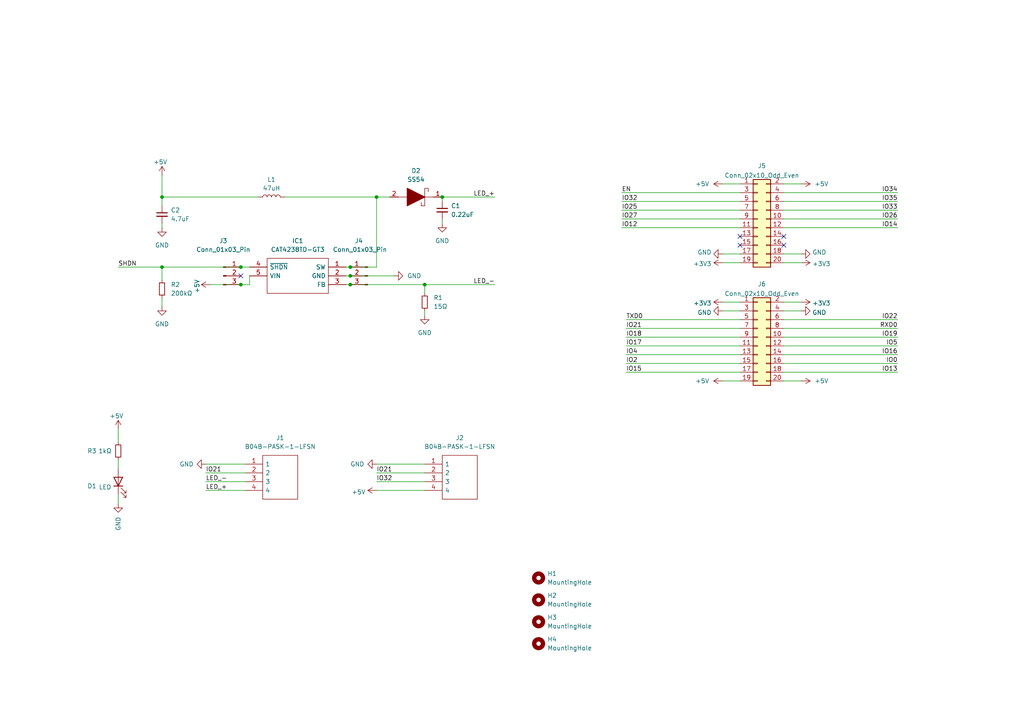
<source format=kicad_sch>
(kicad_sch (version 20230121) (generator eeschema)
  (paper "A4")
  (lib_symbols
    (symbol "Connector:Conn_01x03_Pin" (pin_names (offset 1.016) hide)
      (property "Reference" "J" (at 0 5.08 0))
      (property "Value" "Conn_01x03_Pin" (at 0 -5.08 0))
      (symbol "Conn_01x03_Pin_1_1"
        (polyline (pts (xy 1.27 -2.54) (xy 0.8636 -2.54)) (stroke (width 0.1524)))
        (polyline (pts (xy 1.27 0) (xy 0.8636 0)) (stroke (width 0.1524)))
        (polyline (pts (xy 1.27 2.54) (xy 0.8636 2.54)) (stroke (width 0.1524)))
        (rectangle (start 0.8636 -2.413) (end 0 -2.667) (stroke (width 0.1524)) (fill (type outline)))
        (rectangle (start 0.8636 0.127) (end 0 -0.127) (stroke (width 0.1524)) (fill (type outline)))
        (rectangle (start 0.8636 2.667) (end 0 2.413) (stroke (width 0.1524)) (fill (type outline)))
        (pin passive line (at 5.08 2.54 180) (length 3.81) (name "Pin_1") (number "1"))
        (pin passive line (at 5.08 0 180) (length 3.81) (name "Pin_2") (number "2"))
        (pin passive line (at 5.08 -2.54 180) (length 3.81) (name "Pin_3") (number "3"))
      )
    )
    (symbol "Connector_Generic:Conn_02x10_Odd_Even" (pin_names (offset 1.016) hide)
      (property "Reference" "J" (at 1.27 12.7 0))
      (property "Value" "Conn_02x10_Odd_Even" (at 1.27 -15.24 0))
      (symbol "Conn_02x10_Odd_Even_1_1"
        (rectangle (start -1.27 -12.573) (end 0 -12.827) (stroke (width 0.1524)))
        (rectangle (start -1.27 -10.033) (end 0 -10.287) (stroke (width 0.1524)))
        (rectangle (start -1.27 -7.493) (end 0 -7.747) (stroke (width 0.1524)))
        (rectangle (start -1.27 -4.953) (end 0 -5.207) (stroke (width 0.1524)))
        (rectangle (start -1.27 -2.413) (end 0 -2.667) (stroke (width 0.1524)))
        (rectangle (start -1.27 0.127) (end 0 -0.127) (stroke (width 0.1524)))
        (rectangle (start -1.27 2.667) (end 0 2.413) (stroke (width 0.1524)))
        (rectangle (start -1.27 5.207) (end 0 4.953) (stroke (width 0.1524)))
        (rectangle (start -1.27 7.747) (end 0 7.493) (stroke (width 0.1524)))
        (rectangle (start -1.27 10.287) (end 0 10.033) (stroke (width 0.1524)))
        (rectangle (start -1.27 11.43) (end 3.81 -13.97) (stroke (width 0.254)) (fill (type background)))
        (rectangle (start 3.81 -12.573) (end 2.54 -12.827) (stroke (width 0.1524)))
        (rectangle (start 3.81 -10.033) (end 2.54 -10.287) (stroke (width 0.1524)))
        (rectangle (start 3.81 -7.493) (end 2.54 -7.747) (stroke (width 0.1524)))
        (rectangle (start 3.81 -4.953) (end 2.54 -5.207) (stroke (width 0.1524)))
        (rectangle (start 3.81 -2.413) (end 2.54 -2.667) (stroke (width 0.1524)))
        (rectangle (start 3.81 0.127) (end 2.54 -0.127) (stroke (width 0.1524)))
        (rectangle (start 3.81 2.667) (end 2.54 2.413) (stroke (width 0.1524)))
        (rectangle (start 3.81 5.207) (end 2.54 4.953) (stroke (width 0.1524)))
        (rectangle (start 3.81 7.747) (end 2.54 7.493) (stroke (width 0.1524)))
        (rectangle (start 3.81 10.287) (end 2.54 10.033) (stroke (width 0.1524)))
        (pin passive line (at -5.08 10.16 0) (length 3.81) (name "Pin_1") (number "1"))
        (pin passive line (at 7.62 0 180) (length 3.81) (name "Pin_10") (number "10"))
        (pin passive line (at -5.08 -2.54 0) (length 3.81) (name "Pin_11") (number "11"))
        (pin passive line (at 7.62 -2.54 180) (length 3.81) (name "Pin_12") (number "12"))
        (pin passive line (at -5.08 -5.08 0) (length 3.81) (name "Pin_13") (number "13"))
        (pin passive line (at 7.62 -5.08 180) (length 3.81) (name "Pin_14") (number "14"))
        (pin passive line (at -5.08 -7.62 0) (length 3.81) (name "Pin_15") (number "15"))
        (pin passive line (at 7.62 -7.62 180) (length 3.81) (name "Pin_16") (number "16"))
        (pin passive line (at -5.08 -10.16 0) (length 3.81) (name "Pin_17") (number "17"))
        (pin passive line (at 7.62 -10.16 180) (length 3.81) (name "Pin_18") (number "18"))
        (pin passive line (at -5.08 -12.7 0) (length 3.81) (name "Pin_19") (number "19"))
        (pin passive line (at 7.62 10.16 180) (length 3.81) (name "Pin_2") (number "2"))
        (pin passive line (at 7.62 -12.7 180) (length 3.81) (name "Pin_20") (number "20"))
        (pin passive line (at -5.08 7.62 0) (length 3.81) (name "Pin_3") (number "3"))
        (pin passive line (at 7.62 7.62 180) (length 3.81) (name "Pin_4") (number "4"))
        (pin passive line (at -5.08 5.08 0) (length 3.81) (name "Pin_5") (number "5"))
        (pin passive line (at 7.62 5.08 180) (length 3.81) (name "Pin_6") (number "6"))
        (pin passive line (at -5.08 2.54 0) (length 3.81) (name "Pin_7") (number "7"))
        (pin passive line (at 7.62 2.54 180) (length 3.81) (name "Pin_8") (number "8"))
        (pin passive line (at -5.08 0 0) (length 3.81) (name "Pin_9") (number "9"))
      )
    )
    (symbol "Device:C_Small" (pin_numbers hide) (pin_names (offset 0.254) hide)
      (property "Reference" "C" (at 0.254 1.778 0))
      (property "Value" "C_Small" (at 0.254 -2.032 0))
      (symbol "C_Small_0_1"
        (polyline (pts (xy -1.524 -0.508) (xy 1.524 -0.508)) (stroke (width 0.3302)))
        (polyline (pts (xy -1.524 0.508) (xy 1.524 0.508)) (stroke (width 0.3048)))
      )
      (symbol "C_Small_1_1"
        (pin passive line (at 0 2.54 270) (length 2.032) (name "~") (number "1"))
        (pin passive line (at 0 -2.54 90) (length 2.032) (name "~") (number "2"))
      )
    )
    (symbol "Device:L" (pin_numbers hide) (pin_names (offset 1.016) hide)
      (property "Reference" "L" (at -1.27 0 90))
      (property "Value" "L" (at 1.905 0 90))
      (symbol "L_0_1"
        (arc (start 0 -2.54) (mid 0.6323 -1.905) (end 0 -1.27))
        (arc (start 0 -1.27) (mid 0.6323 -0.635) (end 0 0))
        (arc (start 0 0) (mid 0.6323 0.635) (end 0 1.27))
        (arc (start 0 1.27) (mid 0.6323 1.905) (end 0 2.54))
      )
      (symbol "L_1_1"
        (pin passive line (at 0 3.81 270) (length 1.27) (name "1") (number "1"))
        (pin passive line (at 0 -3.81 90) (length 1.27) (name "2") (number "2"))
      )
    )
    (symbol "Device:LED" (pin_numbers hide) (pin_names (offset 1.016) hide)
      (property "Reference" "D" (at 0 2.54 0))
      (property "Value" "LED" (at 0 -2.54 0))
      (symbol "LED_0_1"
        (polyline (pts (xy -1.27 -1.27) (xy -1.27 1.27)) (stroke (width 0.254)))
        (polyline (pts (xy -1.27 0) (xy 1.27 0)))
        (polyline (pts (xy 1.27 -1.27) (xy 1.27 1.27) (xy -1.27 0) (xy 1.27 -1.27)) (stroke (width 0.254)))
        (polyline (pts (xy -3.048 -0.762) (xy -4.572 -2.286) (xy -3.81 -2.286) (xy -4.572 -2.286) (xy -4.572 -1.524)))
        (polyline (pts (xy -1.778 -0.762) (xy -3.302 -2.286) (xy -2.54 -2.286) (xy -3.302 -2.286) (xy -3.302 -1.524)))
      )
      (symbol "LED_1_1"
        (pin passive line (at -3.81 0 0) (length 2.54) (name "K") (number "1"))
        (pin passive line (at 3.81 0 180) (length 2.54) (name "A") (number "2"))
      )
    )
    (symbol "Device:R_Small" (pin_numbers hide) (pin_names (offset 0.254) hide)
      (property "Reference" "R" (at 0.762 0.508 0))
      (property "Value" "R_Small" (at 0.762 -1.016 0))
      (symbol "R_Small_0_1"
        (rectangle (start -0.762 1.778) (end 0.762 -1.778) (stroke (width 0.2032)))
      )
      (symbol "R_Small_1_1"
        (pin passive line (at 0 2.54 270) (length 0.762) (name "~") (number "1"))
        (pin passive line (at 0 -2.54 90) (length 0.762) (name "~") (number "2"))
      )
    )
    (symbol "Mechanical:MountingHole" (pin_names (offset 1.016))
      (property "Reference" "H" (at 0 5.08 0))
      (property "Value" "MountingHole" (at 0 3.175 0))
      (symbol "MountingHole_0_1"
        (circle (center 0 0) (radius 1.27) (stroke (width 1.27)))
      )
    )
    (symbol "SamacSys_Parts:B04B-PASK-1-LFSN" (pin_names (offset 0.762))
      (property "Reference" "J" (at 16.51 7.62 0))
      (property "Value" "B04B-PASK-1-LFSN" (at 16.51 5.08 0))
      (symbol "B04B-PASK-1-LFSN_0_0"
        (pin passive line (at 0 -7.62 0) (length 5.08) (name "1") (number "1"))
        (pin passive line (at 0 -5.08 0) (length 5.08) (name "2") (number "2"))
        (pin passive line (at 0 -2.54 0) (length 5.08) (name "3") (number "3"))
        (pin passive line (at 0 0 0) (length 5.08) (name "4") (number "4"))
      )
      (symbol "B04B-PASK-1-LFSN_0_1"
        (polyline (pts (xy 5.08 2.54) (xy 15.24 2.54) (xy 15.24 -10.16) (xy 5.08 -10.16) (xy 5.08 2.54)) (stroke (width 0.1524)))
      )
    )
    (symbol "SamacSys_Parts:CAT4238TD-GT3" (pin_names (offset 0.762))
      (property "Reference" "IC" (at 24.13 7.62 0))
      (property "Value" "CAT4238TD-GT3" (at 24.13 5.08 0))
      (symbol "CAT4238TD-GT3_0_0"
        (pin passive line (at 0 0 0) (length 5.08) (name "SW") (number "1"))
        (pin power_in line (at 0 -2.54 0) (length 5.08) (name "GND") (number "2"))
        (pin passive line (at 0 -5.08 0) (length 5.08) (name "FB") (number "3"))
        (pin passive line (at 27.94 0 180) (length 5.08) (name "~{SHDN}") (number "4"))
        (pin input line (at 27.94 -2.54 180) (length 5.08) (name "VIN") (number "5"))
      )
      (symbol "CAT4238TD-GT3_0_1"
        (polyline (pts (xy 5.08 2.54) (xy 22.86 2.54) (xy 22.86 -7.62) (xy 5.08 -7.62) (xy 5.08 2.54)) (stroke (width 0.1524)))
      )
    )
    (symbol "SamacSys_Parts:SS54" (pin_names (offset 0.762))
      (property "Reference" "D" (at 12.7 8.89 0))
      (property "Value" "SS54" (at 12.7 6.35 0))
      (symbol "SS54_0_0"
        (pin passive line (at 2.54 0 0) (length 2.54) (name "~") (number "1"))
        (pin passive line (at 17.78 0 180) (length 2.54) (name "~") (number "2"))
      )
      (symbol "SS54_0_1"
        (polyline (pts (xy 5.08 0) (xy 7.62 0)) (stroke (width 0.1524)))
        (polyline (pts (xy 7.62 2.54) (xy 7.62 -2.54)) (stroke (width 0.1524)))
        (polyline (pts (xy 12.7 0) (xy 15.24 0)) (stroke (width 0.1524)))
        (polyline (pts (xy 7.62 -2.54) (xy 6.604 -2.54) (xy 6.604 -1.524)) (stroke (width 0.1524)))
        (polyline (pts (xy 7.62 2.54) (xy 8.636 2.54) (xy 8.636 1.524)) (stroke (width 0.1524)))
        (polyline (pts (xy 7.62 0) (xy 12.7 2.54) (xy 12.7 -2.54) (xy 7.62 0)) (stroke (width 0.254)) (fill (type outline)))
      )
    )
    (symbol "power:+3V3" (power) (pin_names (offset 0))
      (property "Value" "+3V3" (at 0 3.556 0))
      (symbol "+3V3_0_1"
        (polyline (pts (xy -0.762 1.27) (xy 0 2.54)))
        (polyline (pts (xy 0 0) (xy 0 2.54)))
        (polyline (pts (xy 0 2.54) (xy 0.762 1.27)))
      )
      (symbol "+3V3_1_1"
        (pin power_in line (at 0 0 90) (length 0) hide (name "+3V3") (number "1"))
      )
    )
    (symbol "power:+5V" (power) (pin_names (offset 0))
      (property "Value" "+5V" (at 0 3.556 0))
      (symbol "+5V_0_1"
        (polyline (pts (xy -0.762 1.27) (xy 0 2.54)))
        (polyline (pts (xy 0 0) (xy 0 2.54)))
        (polyline (pts (xy 0 2.54) (xy 0.762 1.27)))
      )
      (symbol "+5V_1_1"
        (pin power_in line (at 0 0 90) (length 0) hide (name "+5V") (number "1"))
      )
    )
    (symbol "power:GND" (power) (pin_names (offset 0))
      (property "Value" "GND" (at 0 -3.81 0))
      (symbol "GND_0_1"
        (polyline (pts (xy 0 0) (xy 0 -1.27) (xy 1.27 -1.27) (xy 0 -2.54) (xy -1.27 -1.27) (xy 0 -1.27)))
      )
      (symbol "GND_1_1"
        (pin power_in line (at 0 0 270) (length 0) hide (name "GND") (number "1"))
      )
    )
  )
  (junction (at 46.99 57.15))
  (junction (at 123.19 82.55))
  (junction (at 101.6 77.47))
  (junction (at 46.99 77.47))
  (junction (at 69.85 82.55))
  (junction (at 101.6 82.55))
  (junction (at 128.27 57.15))
  (junction (at 109.22 57.15))
  (junction (at 101.6 80.01))
  (junction (at 69.85 77.47))
  (no_connect (at 214.63 68.58))
  (no_connect (at 227.33 68.58))
  (no_connect (at 227.33 71.12))
  (no_connect (at 214.63 71.12))
  (no_connect (at 69.85 80.01))
  (wire (pts (xy 109.22 57.15) (xy 82.55 57.15)))
  (wire (pts (xy 227.33 105.41) (xy 260.35 105.41)))
  (wire (pts (xy 46.99 66.04) (xy 46.99 64.77)))
  (wire (pts (xy 181.61 95.25) (xy 214.63 95.25)))
  (wire (pts (xy 46.99 88.9) (xy 46.99 86.36)))
  (wire (pts (xy 123.19 85.09) (xy 123.19 82.55)))
  (wire (pts (xy 46.99 57.15) (xy 46.99 59.69)))
  (wire (pts (xy 60.96 82.55) (xy 69.85 82.55)))
  (wire (pts (xy 34.29 77.47) (xy 46.99 77.47)))
  (wire (pts (xy 181.61 105.41) (xy 214.63 105.41)))
  (wire (pts (xy 181.61 107.95) (xy 214.63 107.95)))
  (wire (pts (xy 232.41 76.2) (xy 227.33 76.2)))
  (wire (pts (xy 109.22 77.47) (xy 101.6 77.47)))
  (wire (pts (xy 181.61 97.79) (xy 214.63 97.79)))
  (wire (pts (xy 109.22 77.47) (xy 109.22 57.15)))
  (wire (pts (xy 227.33 97.79) (xy 260.35 97.79)))
  (wire (pts (xy 128.27 64.77) (xy 128.27 63.5)))
  (wire (pts (xy 227.33 100.33) (xy 260.35 100.33)))
  (wire (pts (xy 34.29 124.46) (xy 34.29 128.27)))
  (wire (pts (xy 128.27 57.15) (xy 128.27 58.42)))
  (wire (pts (xy 227.33 95.25) (xy 260.35 95.25)))
  (wire (pts (xy 227.33 60.96) (xy 260.35 60.96)))
  (wire (pts (xy 181.61 92.71) (xy 214.63 92.71)))
  (wire (pts (xy 180.34 58.42) (xy 214.63 58.42)))
  (wire (pts (xy 232.41 53.34) (xy 227.33 53.34)))
  (wire (pts (xy 109.22 142.24) (xy 123.19 142.24)))
  (wire (pts (xy 180.34 63.5) (xy 214.63 63.5)))
  (wire (pts (xy 232.41 73.66) (xy 227.33 73.66)))
  (wire (pts (xy 209.55 110.49) (xy 214.63 110.49)))
  (wire (pts (xy 59.69 137.16) (xy 71.12 137.16)))
  (wire (pts (xy 180.34 66.04) (xy 214.63 66.04)))
  (wire (pts (xy 180.34 55.88) (xy 214.63 55.88)))
  (wire (pts (xy 232.41 110.49) (xy 227.33 110.49)))
  (wire (pts (xy 209.55 53.34) (xy 214.63 53.34)))
  (wire (pts (xy 34.29 146.05) (xy 34.29 143.51)))
  (wire (pts (xy 101.6 82.55) (xy 123.19 82.55)))
  (wire (pts (xy 209.55 76.2) (xy 214.63 76.2)))
  (wire (pts (xy 109.22 139.7) (xy 123.19 139.7)))
  (wire (pts (xy 128.27 57.15) (xy 143.51 57.15)))
  (wire (pts (xy 72.39 80.01) (xy 72.39 82.55)))
  (wire (pts (xy 181.61 102.87) (xy 214.63 102.87)))
  (wire (pts (xy 227.33 55.88) (xy 260.35 55.88)))
  (wire (pts (xy 100.33 80.01) (xy 101.6 80.01)))
  (wire (pts (xy 227.33 92.71) (xy 260.35 92.71)))
  (wire (pts (xy 180.34 60.96) (xy 214.63 60.96)))
  (wire (pts (xy 59.69 142.24) (xy 71.12 142.24)))
  (wire (pts (xy 227.33 58.42) (xy 260.35 58.42)))
  (wire (pts (xy 59.69 134.62) (xy 71.12 134.62)))
  (wire (pts (xy 227.33 63.5) (xy 260.35 63.5)))
  (wire (pts (xy 123.19 82.55) (xy 143.51 82.55)))
  (wire (pts (xy 101.6 77.47) (xy 100.33 77.47)))
  (wire (pts (xy 181.61 100.33) (xy 214.63 100.33)))
  (wire (pts (xy 232.41 87.63) (xy 227.33 87.63)))
  (wire (pts (xy 209.55 87.63) (xy 214.63 87.63)))
  (wire (pts (xy 227.33 107.95) (xy 260.35 107.95)))
  (wire (pts (xy 109.22 57.15) (xy 113.03 57.15)))
  (wire (pts (xy 109.22 134.62) (xy 123.19 134.62)))
  (wire (pts (xy 46.99 57.15) (xy 46.99 50.8)))
  (wire (pts (xy 69.85 77.47) (xy 72.39 77.47)))
  (wire (pts (xy 46.99 77.47) (xy 46.99 81.28)))
  (wire (pts (xy 232.41 90.17) (xy 227.33 90.17)))
  (wire (pts (xy 69.85 82.55) (xy 72.39 82.55)))
  (wire (pts (xy 46.99 57.15) (xy 74.93 57.15)))
  (wire (pts (xy 46.99 77.47) (xy 69.85 77.47)))
  (wire (pts (xy 100.33 82.55) (xy 101.6 82.55)))
  (wire (pts (xy 123.19 91.44) (xy 123.19 90.17)))
  (wire (pts (xy 101.6 80.01) (xy 114.3 80.01)))
  (wire (pts (xy 209.55 73.66) (xy 214.63 73.66)))
  (wire (pts (xy 227.33 102.87) (xy 260.35 102.87)))
  (wire (pts (xy 109.22 137.16) (xy 123.19 137.16)))
  (wire (pts (xy 59.69 139.7) (xy 71.12 139.7)))
  (wire (pts (xy 209.55 90.17) (xy 214.63 90.17)))
  (wire (pts (xy 34.29 133.35) (xy 34.29 135.89)))
  (wire (pts (xy 227.33 66.04) (xy 260.35 66.04)))
  (label "IO5" (at 260.35 100.33 180))
  (label "TXD0" (at 181.61 92.71 0))
  (label "IO2" (at 181.61 105.41 0))
  (label "IO18" (at 181.61 97.79 0))
  (label "IO17" (at 181.61 100.33 0))
  (label "EN" (at 180.34 55.88 0))
  (label "IO13" (at 260.35 107.95 180))
  (label "RXD0" (at 260.35 95.25 180))
  (label "LED_-" (at 59.69 139.7 0))
  (label "IO16" (at 260.35 102.87 180))
  (label "IO0" (at 260.35 105.41 180))
  (label "IO26" (at 260.35 63.5 180))
  (label "IO32" (at 180.34 58.42 0))
  (label "IO32" (at 109.22 139.7 0))
  (label "IO35" (at 260.35 58.42 180))
  (label "IO22" (at 260.35 92.71 180))
  (label "IO21" (at 181.61 95.25 0))
  (label "IO25" (at 180.34 60.96 0))
  (label "LED_+" (at 59.69 142.24 0))
  (label "IO21" (at 109.22 137.16 0))
  (label "IO34" (at 260.35 55.88 180))
  (label "IO4" (at 181.61 102.87 0))
  (label "IO27" (at 180.34 63.5 0))
  (label "IO15" (at 181.61 107.95 0))
  (label "IO19" (at 260.35 97.79 180))
  (label "IO14" (at 260.35 66.04 180))
  (label "LED_-" (at 143.51 82.55 180))
  (label "IO21" (at 59.69 137.16 0))
  (label "IO33" (at 260.35 60.96 180))
  (label "LED_+" (at 143.51 57.15 180))
  (label "IO12" (at 180.34 66.04 0))
  (label "SHDN" (at 34.29 77.47 0))
  (symbol (lib_id "Mechanical:MountingHole") (at 156.21 173.99 0) (unit 1)
    (property "Reference" "H2" (at 158.75 172.72 0) (effects (justify left)))
    (property "Value" "MountingHole" (at 158.75 175.26 0) (effects (justify left)))
    (property "Footprint" "MountingHole:MountingHole_3.2mm_M3_Pad_Via" (effects hide))
  )
  (symbol (lib_id "SamacSys_Parts:CAT4238TD-GT3") (at 100.33 77.47 0) (mirror y) (unit 1)
    (property "Reference" "IC1" (at 86.36 69.85 0))
    (property "Value" "CAT4238TD-GT3" (at 86.36 72.39 0))
    (property "Footprint" "SamacSys_Parts:SOT95P280X100-5N" (effects hide))
    (property "Datasheet" "http://www.onsemi.com/pub/Collateral/CAT4238-D.PDF" (effects hide))
    (property "Height" "1" (effects hide))
    (property "Manufacturer_Name" "onsemi" (effects hide))
    (property "Manufacturer_Part_Number" "CAT4238TD-GT3" (effects hide))
    (property "Mouser Part Number" "698-CAT4238TDG" (effects hide))
    (property "Mouser Price/Stock" "https://www.mouser.co.uk/ProductDetail/onsemi/CAT4238TD-GT3?qs=9dFQwQorgSxpbLptXYtgxg%3D%3D" (effects hide))
    (property "Arrow Part Number" "CAT4238TD-GT3" (effects hide))
    (property "Arrow Price/Stock" "null?region=asia" (effects hide))
  )
  (symbol (lib_id "power:+5V") (at 209.55 110.49 90) (unit 1)
    (property "Reference" "#PWR011" (effects hide))
    (property "Value" "+5V" (at 205.74 110.49 90) (effects (justify left)))
  )
  (symbol (lib_id "power:GND") (at 209.55 90.17 270) (unit 1)
    (property "Reference" "#PWR010" (effects hide))
    (property "Value" "GND" (at 206.3751 90.649 90) (effects (justify right)))
  )
  (symbol (lib_id "power:+5V") (at 60.96 82.55 90) (unit 1)
    (property "Reference" "#PWR022" (effects hide))
    (property "Value" "+5V" (at 57.15 85.09 0) (effects (justify left)))
  )
  (symbol (lib_id "power:+5V") (at 232.41 110.49 270) (mirror x) (unit 1)
    (property "Reference" "#PWR019" (effects hide))
    (property "Value" "+5V" (at 236.22 110.49 90) (effects (justify left)))
  )
  (symbol (lib_id "Device:R_Small") (at 34.29 130.81 180) (unit 1)
    (property "Reference" "R3" (at 26.67 130.81 0))
    (property "Value" "1kΩ" (at 30.48 130.81 0))
    (property "Footprint" "Resistor_SMD:R_0603_1608Metric_Pad0.98x0.95mm_HandSolder" (effects hide))
  )
  (symbol (lib_id "Device:C_Small") (at 46.99 62.23 0) (unit 1)
    (property "Reference" "C2" (at 49.53 60.9663 0) (effects (justify left)))
    (property "Value" "4.7uF" (at 49.53 63.5063 0) (effects (justify left)))
    (property "Footprint" "Capacitor_SMD:C_0603_1608Metric_Pad1.08x0.95mm_HandSolder" (effects hide))
  )
  (symbol (lib_id "SamacSys_Parts:B04B-PASK-1-LFSN") (at 123.19 142.24 0) (mirror x) (unit 1)
    (property "Reference" "J2" (at 133.35 127 0))
    (property "Value" "B04B-PASK-1-LFSN" (at 133.35 129.54 0))
    (property "Footprint" "SamacSys_Parts:B04BPASK1LFSN" (effects hide))
    (property "Datasheet" "http://www.jst-mfg.com/product/pdf/eng/ePA-F.pdf" (effects hide))
    (property "Description" "JST Automotive Connectors 2.0mm Pitch/Wire-To-Board(Crimp Style/IDC)" (effects hide))
    (property "Height" "7.7" (effects hide))
    (property "Manufacturer_Name" "JST (JAPAN SOLDERLESS TERMINALS)" (effects hide))
    (property "Manufacturer_Part_Number" "B04B-PASK-1-LFSN" (effects hide))
    (property "Mouser Part Number" "N/A" (effects hide))
    (property "Mouser Price/Stock" "https://www.mouser.co.uk/ProductDetail/JST/B04B-PASK-1-LFSN?qs=rI7uf1IzohTARJwsTa%252Bfxw%3D%3D" (effects hide))
  )
  (symbol (lib_id "power:+5V") (at 209.55 53.34 90) (mirror x) (unit 1)
    (property "Reference" "#PWR06" (effects hide))
    (property "Value" "+5V" (at 205.74 53.34 90) (effects (justify left)))
  )
  (symbol (lib_id "power:GND") (at 123.19 91.44 0) (unit 1)
    (property "Reference" "#PWR02" (effects hide))
    (property "Value" "GND" (at 123.19 96.52 0))
  )
  (symbol (lib_id "Mechanical:MountingHole") (at 156.21 186.69 0) (unit 1)
    (property "Reference" "H4" (at 158.75 185.42 0) (effects (justify left)))
    (property "Value" "MountingHole" (at 158.75 187.96 0) (effects (justify left)))
    (property "Footprint" "MountingHole:MountingHole_3.2mm_M3_Pad_Via" (effects hide))
  )
  (symbol (lib_id "SamacSys_Parts:SS54") (at 130.81 57.15 180) (unit 1)
    (property "Reference" "D2" (at 120.65 49.53 0))
    (property "Value" "SS54" (at 120.65 52.07 0))
    (property "Footprint" "SamacSys_Parts:DIOM5026X262N" (effects hide))
    (property "Datasheet" "https://datasheet.lcsc.com/szlcsc/1903042030_MDD-Jiangsu-Yutai-Elec-SS54_C16103.pdf" (effects hide))
    (property "Description" "5.0 Amp Surface Mount Schottky Barrier Rectifier." (effects hide))
    (property "Height" "2.62" (effects hide))
    (property "Manufacturer_Name" "DIYI Elec Tech" (effects hide))
    (property "Manufacturer_Part_Number" "SS54" (effects hide))
  )
  (symbol (lib_id "power:+3V3") (at 232.41 87.63 270) (unit 1)
    (property "Reference" "#PWR017" (effects hide))
    (property "Value" "+3V3" (at 235.585 87.9468 90) (effects (justify left)))
  )
  (symbol (lib_id "power:GND") (at 46.99 88.9 0) (unit 1)
    (property "Reference" "#PWR05" (effects hide))
    (property "Value" "GND" (at 46.99 93.98 0))
  )
  (symbol (lib_id "power:GND") (at 232.41 90.17 90) (mirror x) (unit 1)
    (property "Reference" "#PWR018" (effects hide))
    (property "Value" "GND" (at 235.5849 90.649 90) (effects (justify right)))
  )
  (symbol (lib_id "power:GND") (at 34.29 146.05 0) (unit 1)
    (property "Reference" "#PWR023" (effects hide))
    (property "Value" "GND" (at 34.29 149.86 90) (effects (justify right)))
  )
  (symbol (lib_id "power:+5V") (at 34.29 124.46 0) (unit 1)
    (property "Reference" "#PWR024" (effects hide))
    (property "Value" "+5V" (at 31.75 120.65 0) (effects (justify left)))
  )
  (symbol (lib_id "Connector_Generic:Conn_02x10_Odd_Even") (at 219.71 63.5 0) (unit 1)
    (property "Reference" "J5" (at 220.98 48.1035 0))
    (property "Value" "Conn_02x10_Odd_Even" (at 220.98 50.8786 0))
    (property "Footprint" "Connector_PinHeader_2.54mm:PinHeader_2x10_P2.54mm_Vertical" (effects hide))
  )
  (symbol (lib_id "power:GND") (at 46.99 66.04 0) (unit 1)
    (property "Reference" "#PWR04" (effects hide))
    (property "Value" "GND" (at 46.99 71.12 0))
  )
  (symbol (lib_id "SamacSys_Parts:B04B-PASK-1-LFSN") (at 71.12 142.24 0) (mirror x) (unit 1)
    (property "Reference" "J1" (at 81.28 127 0))
    (property "Value" "B04B-PASK-1-LFSN" (at 81.28 129.54 0))
    (property "Footprint" "SamacSys_Parts:B04BPASK1LFSN" (effects hide))
    (property "Datasheet" "http://www.jst-mfg.com/product/pdf/eng/ePA-F.pdf" (effects hide))
    (property "Description" "JST Automotive Connectors 2.0mm Pitch/Wire-To-Board(Crimp Style/IDC)" (effects hide))
    (property "Height" "7.7" (effects hide))
    (property "Manufacturer_Name" "JST (JAPAN SOLDERLESS TERMINALS)" (effects hide))
    (property "Manufacturer_Part_Number" "B04B-PASK-1-LFSN" (effects hide))
    (property "Mouser Part Number" "N/A" (effects hide))
    (property "Mouser Price/Stock" "https://www.mouser.co.uk/ProductDetail/JST/B04B-PASK-1-LFSN?qs=rI7uf1IzohTARJwsTa%252Bfxw%3D%3D" (effects hide))
  )
  (symbol (lib_id "power:GND") (at 109.22 134.62 270) (unit 1)
    (property "Reference" "#PWR015" (effects hide))
    (property "Value" "GND" (at 101.6 134.62 90) (effects (justify left)))
  )
  (symbol (lib_id "Device:LED") (at 34.29 139.7 90) (unit 1)
    (property "Reference" "D1" (at 26.67 140.97 90))
    (property "Value" "LED" (at 30.48 141.2875 90))
    (property "Footprint" "LED_SMD:LED_0603_1608Metric_Pad1.05x0.95mm_HandSolder" (effects hide))
  )
  (symbol (lib_id "power:GND") (at 114.3 80.01 90) (unit 1)
    (property "Reference" "#PWR03" (effects hide))
    (property "Value" "GND" (at 118.11 80.01 90) (effects (justify right)))
  )
  (symbol (lib_id "Connector:Conn_01x03_Pin") (at 106.68 80.01 0) (mirror y) (unit 1)
    (property "Reference" "J4" (at 102.87 69.85 0) (effects (justify right)))
    (property "Value" "Conn_01x03_Pin" (at 96.52 72.39 0) (effects (justify right)))
    (property "Footprint" "Connector_PinHeader_2.54mm:PinHeader_1x03_P2.54mm_Vertical" (effects hide))
  )
  (symbol (lib_id "power:GND") (at 232.41 73.66 90) (unit 1)
    (property "Reference" "#PWR013" (effects hide))
    (property "Value" "GND" (at 235.5849 73.181 90) (effects (justify right)))
  )
  (symbol (lib_id "power:+5V") (at 46.99 50.8 0) (unit 1)
    (property "Reference" "#PWR020" (effects hide))
    (property "Value" "+5V" (at 44.45 46.99 0) (effects (justify left)))
  )
  (symbol (lib_id "power:GND") (at 59.69 134.62 270) (unit 1)
    (property "Reference" "#PWR021" (effects hide))
    (property "Value" "GND" (at 52.07 134.62 90) (effects (justify left)))
  )
  (symbol (lib_id "power:GND") (at 128.27 64.77 0) (unit 1)
    (property "Reference" "#PWR01" (effects hide))
    (property "Value" "GND" (at 128.27 69.85 0))
  )
  (symbol (lib_id "Device:R_Small") (at 46.99 83.82 0) (unit 1)
    (property "Reference" "R2" (at 49.53 82.55 0) (effects (justify left)))
    (property "Value" "200kΩ" (at 49.53 85.09 0) (effects (justify left)))
    (property "Footprint" "Resistor_SMD:R_0603_1608Metric_Pad0.98x0.95mm_HandSolder" (effects hide))
  )
  (symbol (lib_id "power:+5V") (at 109.22 142.24 90) (unit 1)
    (property "Reference" "#PWR016" (effects hide))
    (property "Value" "+5V" (at 106.0451 142.719 90) (effects (justify left)))
  )
  (symbol (lib_id "power:GND") (at 209.55 73.66 270) (mirror x) (unit 1)
    (property "Reference" "#PWR07" (effects hide))
    (property "Value" "GND" (at 206.3751 73.181 90) (effects (justify right)))
  )
  (symbol (lib_id "power:+5V") (at 232.41 53.34 270) (unit 1)
    (property "Reference" "#PWR012" (effects hide))
    (property "Value" "+5V" (at 236.22 53.34 90) (effects (justify left)))
  )
  (symbol (lib_id "Connector:Conn_01x03_Pin") (at 64.77 80.01 0) (unit 1)
    (property "Reference" "J3" (at 64.77 69.85 0))
    (property "Value" "Conn_01x03_Pin" (at 64.77 72.39 0))
    (property "Footprint" "Connector_PinHeader_2.54mm:PinHeader_1x03_P2.54mm_Vertical" (effects hide))
  )
  (symbol (lib_id "Mechanical:MountingHole") (at 156.21 180.34 0) (unit 1)
    (property "Reference" "H3" (at 158.75 179.07 0) (effects (justify left)))
    (property "Value" "MountingHole" (at 158.75 181.61 0) (effects (justify left)))
    (property "Footprint" "MountingHole:MountingHole_3.2mm_M3_Pad_Via" (effects hide))
  )
  (symbol (lib_id "power:+3V3") (at 232.41 76.2 270) (unit 1)
    (property "Reference" "#PWR014" (effects hide))
    (property "Value" "+3V3" (at 235.585 76.5168 90) (effects (justify left)))
  )
  (symbol (lib_id "power:+3V3") (at 209.55 76.2 90) (unit 1)
    (property "Reference" "#PWR08" (effects hide))
    (property "Value" "+3V3" (at 206.375 76.5168 90) (effects (justify left)))
  )
  (symbol (lib_id "Connector_Generic:Conn_02x10_Odd_Even") (at 219.71 97.79 0) (unit 1)
    (property "Reference" "J6" (at 220.98 82.3935 0))
    (property "Value" "Conn_02x10_Odd_Even" (at 220.98 85.1686 0))
    (property "Footprint" "Connector_PinHeader_2.54mm:PinHeader_2x10_P2.54mm_Vertical" (effects hide))
  )
  (symbol (lib_id "Mechanical:MountingHole") (at 156.21 167.64 0) (unit 1)
    (property "Reference" "H1" (at 158.75 166.37 0) (effects (justify left)))
    (property "Value" "MountingHole" (at 158.75 168.91 0) (effects (justify left)))
    (property "Footprint" "MountingHole:MountingHole_3.2mm_M3_Pad_Via" (effects hide))
  )
  (symbol (lib_id "Device:R_Small") (at 123.19 87.63 0) (unit 1)
    (property "Reference" "R1" (at 125.73 86.36 0) (effects (justify left)))
    (property "Value" "15Ω" (at 125.73 88.9 0) (effects (justify left)))
    (property "Footprint" "Resistor_SMD:R_0603_1608Metric_Pad0.98x0.95mm_HandSolder" (effects hide))
  )
  (symbol (lib_id "Device:C_Small") (at 128.27 60.96 0) (unit 1)
    (property "Reference" "C1" (at 130.81 59.6963 0) (effects (justify left)))
    (property "Value" "0.22uF" (at 130.81 62.2363 0) (effects (justify left)))
    (property "Footprint" "Capacitor_SMD:C_0603_1608Metric_Pad1.08x0.95mm_HandSolder" (effects hide))
  )
  (symbol (lib_id "power:+3V3") (at 209.55 87.63 90) (unit 1)
    (property "Reference" "#PWR09" (effects hide))
    (property "Value" "+3V3" (at 206.375 87.9468 90) (effects (justify left)))
  )
  (symbol (lib_id "Device:L") (at 78.74 57.15 90) (unit 1)
    (property "Reference" "L1" (at 78.74 52.07 90))
    (property "Value" "47uH" (at 78.74 54.61 90))
    (property "Footprint" "Inductor_THT:L_Axial_L14.5mm_D5.8mm_P20.32mm_Horizontal_Fastron_HBCC" (effects hide))
  )
)
</source>
